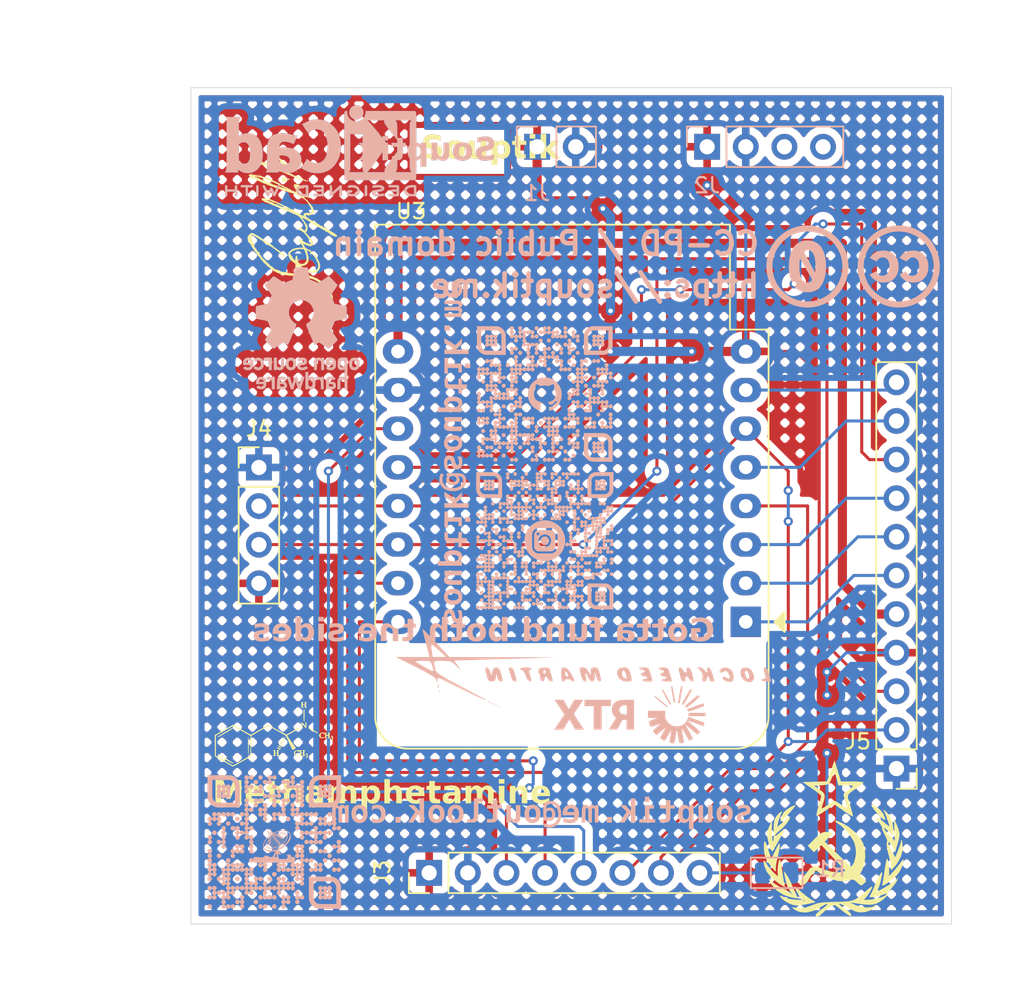
<source format=kicad_pcb>
(kicad_pcb (version 20241129) (generator "pcbnew") (generator_version "8.99")
  (layers (0 "F.Cu" signal) (2 "B.Cu" signal) (13 "F.Paste" user) (15 "B.Paste" user) (5 "F.SilkS" user "F.Silkscreen") (7 "B.SilkS" user "B.Silkscreen") (1 "F.Mask" user) (3 "B.Mask" user) (25 "Edge.Cuts" user))
  (net 0 "")
  (net 1 "GND")
  (net 2 "3.3V")
  (net 5 "SDA")
  (net 6 "Net-(J3-Pin_8)")
  (net 7 "RSTL")
  (net 8 "SCK")
  (net 9 "A0L")
  (net 10 "CS")
  (net 11 "SCL")
  (net 12 "D8WE")
  (net 13 "D6WE")
  (net 14 "A0WE")
  (net 15 "D3WE")
  (net 16 "5V")
  (net 17 "DOWE")
  (net 18 "RSTWE")
  (footprint "kicadlogos:meth" (layer "F.Cu") (at 127.635 100.965)
    (property "Reference" "G***" (hide yes))
    (property "Value" "LOGO" (hide yes))
  )
  (footprint "RF_Module:WEMOS_D1_mini_light" (layer "F.Cu") (at 158.623 93.599 180)
    (property "Reference" "U3")
    (property "Value" "WEMOS_D1_mini")
  )
  (footprint "kicadlogos:sign" (layer "F.Cu") (at 128.984375 65.969466 90)
    (property "Reference" "G***" (hide yes))
    (property "Value" "LOGO" (hide yes))
  )
  (footprint "Connector_PinHeader_2.54mm:PinHeader_1x04_P2.54mm_Vertical" (layer "F.Cu") (at 126.619 83.449)
    (property "Reference" "J4")
    (property "Value" "Conn_01x04_Socket")
  )
  (footprint "Connector_PinHeader_2.54mm:PinHeader_1x08_P2.54mm_Vertical" (layer "F.Cu") (at 137.81 110.109 90)
    (property "Reference" "J3")
    (property "Value" "Conn_01x08_Socket")
  )
  (footprint "Connector_PinHeader_2.54mm:PinHeader_1x11_P2.54mm_Vertical" (layer "F.Cu") (at 168.529 103.251 180)
    (property "Reference" "J5")
    (property "Value" "Conn_01x11_Pin")
  )
  (footprint "kicadlogos:communism" (layer "F.Cu") (at 164.338 108.331)
    (property "Reference" "G***" (hide yes))
    (property "Value" "LOGO" (hide yes))
  )
  (footprint "Symbol:KiCad-Logo2_5mm_SilkScreen" (layer "B.Cu") (at 130.683 62.611 180)
    (property "Reference" "REF**" (hide yes))
    (property "Value" "KiCad-Logo2_5mm_SilkScreen" (hide yes))
  )
  (footprint "Symbol:OSHW-Logo_7.5x8mm_Copper" (layer "B.Cu") (at 129.413 74.295 180)
    (property "Reference" "REF**" (hide yes))
    (property "Value" "OSHW-Logo_7.5x8mm_Copper" (hide yes))
  )
  (footprint "Symbol:Symbol_CreativeCommonsPublicDomain_SilkScreenTop_Small" (layer "B.Cu") (at 149.676 70.231 180)
    (property "Reference" "REF**" (hide yes))
    (property "Value" "Symbol_CreativeCommonsPublicDomain_SilkScreenTop_Small" (hide yes))
  )
  (footprint "kicadlogos:Lockheed" (layer "B.Cu") (at 147.927846 97.272343 180)
    (property "Reference" "G***" (hide yes))
    (property "Value" "LOGO" (hide yes))
  )
  (footprint "kicadlogos:rtx" (layer "B.Cu") (at 151.003 99.695 180)
    (property "Reference" "G***" (hide yes))
    (property "Value" "LOGO" (hide yes))
  )
  (footprint "kicadlogos:instagram" (layer "B.Cu") (at 145.415 88.265 180)
    (property "Reference" "G***" (hide yes))
    (property "Value" "LOGO" (hide yes))
  )
  (footprint "kicadlogos:github" (layer "B.Cu") (at 145.415 78.613 180)
    (property "Reference" "G***" (hide yes))
    (property "Value" "LOGO" (hide yes))
  )
  (footprint "Connector_PinHeader_2.54mm:PinHeader_1x04_P2.54mm_Vertical" (layer "B.Cu") (at 156.083 62.357 -90)
    (property "Reference" "J2")
    (property "Value" "Conn_01x04_Pin" (hide yes))
  )
  (footprint "Symbol:OSHW-Logo_7.5x8mm_SilkScreen" (layer "B.Cu") (at 129.413 74.295 180)
    (property "Reference" "REF**" (hide yes))
    (property "Value" "OSHW-Logo_7.5x8mm_SilkScreen" (hide yes))
  )
  (footprint "Connector_PinHeader_2.54mm:PinHeader_1x02_P2.54mm_Vertical" (layer "B.Cu") (at 144.907 62.357 -90)
    (property "Reference" "J1")
    (property "Value" "Conn_01x02" (hide yes))
  )
  (footprint "Symbol:KiCad-Logo2_5mm_Copper" (layer "B.Cu") (at 130.683 62.611 180)
    (property "Reference" "REF**" (hide yes))
    (property "Value" "KiCad-Logo2_5mm_Copper" (hide yes))
  )
  (footprint "kicadlogos:website" (layer "B.Cu") (at 127.635 108.077 180)
    (property "Reference" "G***" (hide yes))
    (property "Value" "LOGO" (hide yes))
  )
  (footprint "PCM_Resistor_SMD_AKL:R_0805_2012Metric" (layer "B.Cu") (at 160.655 110.109 180)
    (property "Reference" "R1")
    (property "Value" "10" (hide yes))
  )
  (gr_rect (start 122.149 58.471) (end 172.149 113.471) (stroke (width 0.05)) (fill no) (layer "Edge.Cuts"))
  (gr_text "Souptik" (at 137.287 63.373 0) (layer "F.Cu") (effects (font (size 1.5 1.5) (thickness 0.3) (bold yes)) (justify left bottom)))
  (gr_text "Souptik" (at 142.24 63.5 0) (layer "B.Cu") (effects (font (size 1.5 1.5) (thickness 0.3) (bold yes)) (justify left bottom mirror)))
  (gr_text "Souptik" (at 137.287 63.373 0) (layer "F.SilkS") (effects (font (size 1.5 1.5) (thickness 0.3) (bold yes)) (justify left bottom)))
  (gr_text "Methamphetamine" (at 123.571 105.791 0) (layer "F.SilkS") (effects (font (size 1.5 1.5) (thickness 0.3) (bold yes)) (justify left bottom)))
  (gr_text "souptik.me@outlook.com" (at 159.131 107.061 -0) (layer "B.SilkS") (effects (font (size 1.5 1.5) (thickness 0.3) (bold yes)) (justify left bottom mirror)))
  (gr_text "souptik@souptik.me" (at 138.557 93.853 -90) (layer "B.SilkS") (effects (font (size 1.5 1.5) (thickness 0.3) (bold yes)) (justify left bottom mirror)))
  (gr_text "Souptik" (at 142.24 63.5 -0) (layer "B.SilkS") (effects (font (size 1.5 1.5) (thickness 0.3) (bold yes)) (justify left bottom mirror)))
  (gr_text "Gotta fund both the sides" (at 156.591 95.123 0) (layer "B.SilkS") (effects (font (size 1.5 1.5) (thickness 0.3) (bold yes)) (justify left bottom mirror)))
  (segment (start 163.449 96.393) (end 163.957 96.901) (width 0.2) (layer "F.Cu") (net 2))
  (segment (start 145.415 65.913) (end 144.907 65.405) (width 0.6) (layer "F.Cu") (net 2))
  (segment (start 161.925 75.819) (end 163.449 77.343) (width 0.2) (layer "F.Cu") (net 2))
  (segment (start 156.083 64.897) (end 156.083 62.357) (width 0.2) (layer "F.Cu") (net 2))
  (segment (start 158.623 75.819) (end 155.067 75.819) (width 0.6) (layer "F.Cu") (net 2))
  (segment (start 163.449 77.343) (end 163.449 96.393) (width 0.2) (layer "F.Cu") (net 2))
  (segment (start 148.717 65.913) (end 145.415 65.913) (width 0.6) (layer "F.Cu") (net 2))
  (segment (start 149.225 66.421) (end 148.717 65.913) (width 0.6) (layer "F.Cu") (net 2))
  (segment (start 158.623 75.819) (end 161.925 75.819) (width 0.2) (layer "F.Cu") (net 2))
  (segment (start 144.907 65.405) (end 144.907 62.357) (width 0.6) (layer "F.Cu") (net 2))
  (segment (start 163.957 99.695) (end 163.957 98.425) (width 0.2) (layer "F.Cu") (net 2))
  (segment (start 163.957 102.235) (end 163.957 99.695) (width 0.2) (layer "F.Cu") (net 2))
  (segment (start 149.733 75.819) (end 149.733 73.152) (width 0.6) (layer "F.Cu") (net 2))
  (via (at 149.733 73.152) (size 0.6) (drill 0.3) (layers "F.Cu" "B.Cu") (net 2))
  (via (at 163.957 96.901) (size 0.6) (drill 0.3) (layers "F.Cu" "B.Cu") (net 2))
  (via (at 163.957 98.425) (size 0.6) (drill 0.3) (layers "F.Cu" "B.Cu") (net 2))
  (via (at 149.733 75.819) (size 0.6) (drill 0.3) (layers "F.Cu" "B.Cu") (net 2))
  (via (at 156.083 64.897) (size 0.6) (drill 0.3) (layers "F.Cu" "B.Cu") (net 2))
  (via (at 163.957 102.235) (size 0.6) (drill 0.3) (layers "F.Cu" "B.Cu") (net 2))
  (via (at 149.225 66.421) (size 0.6) (drill 0.3) (layers "F.Cu" "B.Cu") (net 2))
  (via (at 155.067 75.819) (size 0.6) (drill 0.3) (layers "F.Cu" "B.Cu") (net 2))
  (segment (start 156.083 64.897) (end 158.623 67.437) (width 0.2) (layer "B.Cu") (net 2))
  (segment (start 149.733 66.929) (end 149.225 66.421) (width 0.6) (layer "B.Cu") (net 2))
  (segment (start 163.957 110.109) (end 163.957 102.235) (width 0.2) (layer "B.Cu") (net 2))
  (segment (start 165.227 95.631) (end 168.529 95.631) (width 0.2) (layer "B.Cu") (net 2))
  (segment (start 149.733 73.152) (end 149.733 66.929) (width 0.6) (layer "B.Cu") (net 2))
  (segment (start 163.957 98.425) (end 163.957 96.901) (width 0.2) (layer "B.Cu") (net 2))
  (segment (start 163.449 110.109) (end 163.957 110.109) (width 0.2) (layer "B.Cu") (net 2))
  (segment (start 163.957 96.901) (end 165.227 95.631) (width 0.2) (layer "B.Cu") (net 2))
  (segment (start 155.067 75.819) (end 149.733 75.819) (width 0.6) (layer "B.Cu") (net 2))
  (segment (start 158.623 67.437) (end 158.623 75.819) (width 0.2) (layer "B.Cu") (net 2))
  (segment (start 161.5675 110.109) (end 163.449 110.109) (width 0.2) (layer "B.Cu") (net 2))
  (segment (start 161.417 101.473) (end 161.417 86.995) (width 0.2) (layer "F.Cu") (net 5))
  (segment (start 161.417 101.473) (end 159.639 103.251) (width 0.2) (layer "F.Cu") (net 5))
  (segment (start 159.639 103.251) (end 157.607 103.251) (width 0.2) (layer "F.Cu") (net 5))
  (segment (start 161.417 83.693) (end 158.623 80.899) (width 0.2) (layer "F.Cu") (net 5))
  (segment (start 161.417 84.963) (end 161.417 83.693) (width 0.2) (layer "F.Cu") (net 5))
  (segment (start 157.607 103.251) (end 150.749 110.109) (width 0.2) (layer "F.Cu") (net 5))
  (segment (start 150.749 110.109) (end 150.51 110.109) (width 0.2) (layer "F.Cu") (net 5))
  (segment (start 126.619 85.989) (end 126.629 85.979) (width 0.2) (layer "F.Cu") (net 5))
  (segment (start 153.543 85.979) (end 158.623 80.899) (width 0.2) (layer "F.Cu") (net 5))
  (segment (start 135.763 85.979) (end 153.543 85.979) (width 0.2) (layer "F.Cu") (net 5))
  (segment (start 126.629 85.979) (end 135.763 85.979) (width 0.2) (layer "F.Cu") (net 5))
  (via (at 161.417 101.473) (size 0.6) (drill 0.3) (layers "F.Cu" "B.Cu") (net 5))
  (via (at 161.417 86.995) (size 0.6) (drill 0.3) (layers "F.Cu" "B.Cu") (net 5))
  (via (at 161.417 84.963) (size 0.6) (drill 0.3) (layers "F.Cu" "B.Cu") (net 5))
  (segment (start 163.957 100.711) (end 168.529 100.711) (width 0.2) (layer "B.Cu") (net 5))
  (segment (start 161.417 86.995) (end 161.417 84.963) (width 0.2) (layer "B.Cu") (net 5))
  (segment (start 161.417 101.473) (end 163.195 101.473) (width 0.2) (layer "B.Cu") (net 5))
  (segment (start 163.195 101.473) (end 163.957 100.711) (width 0.2) (layer "B.Cu") (net 5))
  (segment (start 159.7425 110.109) (end 155.59 110.109) (width 0.2) (layer "B.Cu") (net 6))
  (segment (start 132.461 91.059) (end 135.763 91.059) (width 0.2) (layer "F.Cu") (net 7))
  (segment (start 145.43 110.109) (end 145.43 103.52) (width 0.2) (layer "F.Cu") (net 7))
  (segment (start 145.415 103.505) (end 132.715 103.505) (width 0.2) (layer "F.Cu") (net 7))
  (segment (start 132.715 103.505) (end 132.461 103.251) (width 0.2) (layer "F.Cu") (net 7))
  (segment (start 145.43 103.52) (end 145.415 103.505) (width 0.2) (layer "F.Cu") (net 7))
  (segment (start 132.461 103.251) (end 132.461 91.059) (width 0.2) (layer "F.Cu") (net 7))
  (segment (start 162.687 85.979) (end 158.623 85.979) (width 0.2) (layer "F.Cu") (net 8))
  (segment (start 162.687 101.473) (end 162.687 85.979) (width 0.2) (layer "F.Cu") (net 8))
  (segment (start 153.05 110.109) (end 153.05 109.078) (width 0.2) (layer "F.Cu") (net 8))
  (segment (start 153.05 109.078) (end 158.115 104.013) (width 0.2) (layer "F.Cu") (net 8))
  (segment (start 158.115 104.013) (end 160.147 104.013) (width 0.2) (layer "F.Cu") (net 8))
  (segment (start 160.147 104.013) (end 162.687 101.473) (width 0.2) (layer "F.Cu") (net 8))
  (segment (start 135.763 80.899) (end 133.985 80.899) (width 0.2) (layer "F.Cu") (net 9))
  (segment (start 133.985 80.899) (end 131.191 83.693) (width 0.2) (layer "F.Cu") (net 9))
  (via (at 131.191 83.693) (size 0.6) (drill 0.3) (layers "F.Cu" "B.Cu") (net 9))
  (segment (start 131.445 104.775) (end 141.351 104.775) (width 0.2) (layer "B.Cu") (net 9))
  (segment (start 147.97 107.33) (end 147.97 110.109) (width 0.2) (layer "B.Cu") (net 9))
  (segment (start 131.191 104.521) (end 131.445 104.775) (width 0.2) (layer "B.Cu") (net 9))
  (segment (start 147.701 107.061) (end 147.97 107.33) (width 0.2) (layer "B.Cu") (net 9))
  (segment (start 143.637 107.061) (end 147.701 107.061) (width 0.2) (layer "B.Cu") (net 9))
  (segment (start 141.351 104.775) (end 143.637 107.061) (width 0.2) (layer "B.Cu") (net 9))
  (segment (start 131.191 83.693) (end 131.191 104.521) (width 0.2) (layer "B.Cu") (net 9))
  (segment (start 133.223 93.599) (end 135.763 93.599) (width 0.2) (layer "F.Cu") (net 10))
  (segment (start 144.399 104.521) (end 142.89 106.03) (width 0.2) (layer "F.Cu") (net 10))
  (segment (start 144.653 102.743) (end 133.223 102.743) (width 0.2) (layer "F.Cu") (net 10))
  (segment (start 142.89 106.03) (end 142.89 110.109) (width 0.2) (layer "F.Cu") (net 10))
  (segment (start 133.223 102.743) (end 133.223 93.599) (width 0.2) (layer "F.Cu") (net 10))
  (via (at 144.653 102.743) (size 0.6) (drill 0.3) (layers "F.Cu" "B.Cu") (net 10))
  (via (at 144.399 104.521) (size 0.6) (drill 0.3) (layers "F.Cu" "B.Cu") (net 10))
  (segment (start 144.653 104.267) (end 144.399 104.521) (width 0.2) (layer "B.Cu") (net 10))
  (segment (start 144.653 102.743) (end 144.653 104.267) (width 0.2) (layer "B.Cu") (net 10))
  (segment (start 152.781 83.693) (end 152.781 69.723) (width 0.2) (layer "F.Cu") (net 11))
  (segment (start 135.763 88.519) (end 126.629 88.519) (width 0.2) (layer "F.Cu") (net 11))
  (segment (start 167.005 98.171) (end 168.529 98.171) (width 0.2) (layer "F.Cu") (net 11))
  (segment (start 152.781 69.723) (end 163.957 69.723) (width 0.2) (layer "F.Cu") (net 11))
  (segment (start 163.957 95.123) (end 167.005 98.171) (width 0.2) (layer "F.Cu") (net 11))
  (segment (start 163.957 69.723) (end 163.957 95.123) (width 0.2) (layer "F.Cu") (net 11))
  (segment (start 135.763 88.519) (end 147.955 88.519) (width 0.2) (layer "F.Cu") (net 11))
  (segment (start 126.629 88.519) (end 126.619 88.529) (width 0.2) (layer "F.Cu") (net 11))
  (via (at 152.781 83.693) (size 0.6) (drill 0.3) (layers "F.Cu" "B.Cu") (net 11))
  (via (at 147.955 88.519) (size 0.6) (drill 0.3) (layers "F.Cu" "B.Cu") (net 11))
  (segment (start 147.955 88.519) (end 152.781 83.693) (width 0.2) (layer "B.Cu") (net 11))
  (segment (start 168.021 78.359) (end 168.529 77.851) (width 0.2) (layer "B.Cu") (net 12))
  (segment (start 158.623 78.359) (end 168.021 78.359) (width 0.2) (layer "B.Cu") (net 12))
  (segment (start 165.227 80.391) (end 168.529 80.391) (width 0.2) (layer "B.Cu") (net 13))
  (segment (start 162.179 83.439) (end 165.227 80.391) (width 0.2) (layer "B.Cu") (net 13))
  (segment (start 158.623 83.439) (end 162.179 83.439) (width 0.2) (layer "B.Cu") (net 13))
  (segment (start 162.941 91.059) (end 158.623 91.059) (width 0.2) (layer "B.Cu") (net 14))
  (segment (start 168.529 88.011) (end 165.989 88.011) (width 0.2) (layer "B.Cu") (net 14))
  (segment (start 165.989 88.011) (end 162.941 91.059) (width 0.2) (layer "B.Cu") (net 14))
  (segment (start 151.765 71.755) (end 151.765 75.565) (width 0.2) (layer "F.Cu") (net 15))
  (segment (start 143.891 83.439) (end 135.763 83.439) (width 0.2) (layer "F.Cu") (net 15))
  (segment (start 163.703 67.437) (end 166.243 67.437) (width 0.2) (layer "F.Cu") (net 15))
  (segment (start 151.765 75.565) (end 143.891 83.439) (width 0.2) (layer "F.Cu") (net 15))
  (segment (start 161.417 71.755) (end 154.305 71.755) (width 0.2) (layer "F.Cu") (net 15))
  (segment (start 161.798 71.374) (end 161.417 71.755) (width 0.2) (layer "F.Cu") (net 15))
  (segment (start 166.243 82.423) (end 166.751 82.931) (width 0.2) (layer "F.Cu") (net 15))
  (segment (start 166.243 67.437) (end 166.243 82.423) (width 0.2) (layer "F.Cu") (net 15))
  (segment (start 166.751 82.931) (end 168.529 82.931) (width 0.2) (layer "F.Cu") (net 15))
  (via (at 161.798 71.374) (size 0.6) (drill 0.3) (layers "F.Cu" "B.Cu") (net 15))
  (via (at 151.765 71.755) (size 0.6) (drill 0.3) (layers "F.Cu" "B.Cu") (net 15))
  (via (at 163.703 67.437) (size 0.6) (drill 0.3) (layers "F.Cu" "B.Cu") (net 15))
  (via (at 154.305 71.755) (size 0.6) (drill 0.3) (layers "F.Cu" "B.Cu") (net 15))
  (segment (start 162.179 70.993) (end 161.798 71.374) (width 0.2) (layer "B.Cu") (net 15))
  (segment (start 154.305 71.755) (end 151.765 71.755) (width 0.2) (layer "B.Cu") (net 15))
  (segment (start 163.195 67.437) (end 162.179 68.453) (width 0.2) (layer "B.Cu") (net 15))
  (segment (start 162.179 68.453) (end 162.179 70.993) (width 0.2) (layer "B.Cu") (net 15))
  (segment (start 163.703 67.437) (end 163.195 67.437) (width 0.2) (layer "B.Cu") (net 15))
  (segment (start 164.973 68.707) (end 164.973 91.059) (width 0.6) (layer "F.Cu") (net 16))
  (segment (start 167.005 93.091) (end 168.529 93.091) (width 0.6) (layer "F.Cu") (net 16))
  (segment (start 135.763 68.707) (end 164.973 68.707) (width 0.6) (layer "F.Cu") (net 16))
  (segment (start 164.973 91.059) (end 167.005 93.091) (width 0.6) (layer "F.Cu") (net 16))
  (segment (start 135.763 75.819) (end 135.763 68.707) (width 0.6) (layer "F.Cu") (net 16))
  (segment (start 162.179 88.519) (end 165.227 85.471) (width 0.2) (layer "B.Cu") (net 17))
  (segment (start 158.623 88.519) (end 162.179 88.519) (width 0.2) (layer "B.Cu") (net 17))
  (segment (start 165.227 85.471) (end 168.529 85.471) (width 0.2) (layer "B.Cu") (net 17))
  (segment (start 158.623 93.599) (end 162.687 93.599) (width 0.2) (layer "B.Cu") (net 18))
  (segment (start 165.735 90.551) (end 168.529 90.551) (width 0.2) (layer "B.Cu") (net 18))
  (segment (start 162.687 93.599) (end 165.735 90.551) (width 0.2) (layer "B.Cu") (net 18))
  (zone (net 2) (net_name "3.3V") (layer "F.Cu") (connect_pads (clearance 0.5)) (min_thickness 0.25) (fill yes (mode hatch) (thermal_gap 0.5) (thermal_bridge_width 0.5) (hatch_thickness 0.4) (hatch_gap 0.6) (hatch_orientation 0) (hatch_smoothing_level 1) (hatch_smoothing_value 0.7) (hatch_border_algorithm hatch_thickness) (hatch_min_hole_area 0.3))
    (polygon (pts (xy 176.911 52.959) (xy 176.911 115.189) (xy 109.601 115.189) (xy 109.601 52.705)))
  )
  (zone (net 1) (net_name "GND") (layer "B.Cu") (priority 1) (connect_pads (clearance 0.5)) (min_thickness 0.25) (fill yes (mode hatch) (thermal_gap 0.5) (thermal_bridge_width 0.5) (hatch_thickness 0.4) (hatch_gap 0.6) (hatch_orientation 0) (hatch_smoothing_level 1) (hatch_smoothing_value 0.7) (hatch_border_algorithm hatch_thickness) (hatch_min_hole_area 0.3))
    (polygon (pts (xy 111.125 54.991) (xy 173.101 54.991) (xy 172.974 116.332) (xy 111.125 116.459)))
  )
)
</source>
